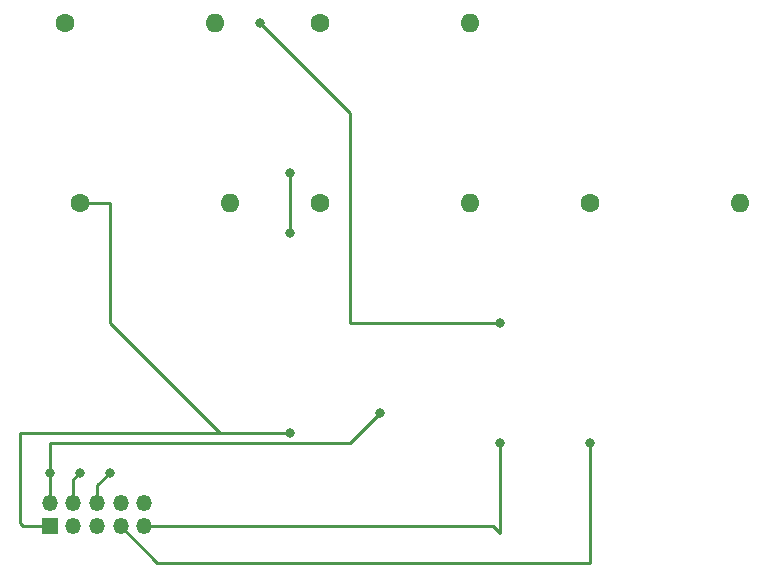
<source format=gbr>
%TF.GenerationSoftware,KiCad,Pcbnew,(7.0.0)*%
%TF.CreationDate,2023-03-24T11:42:49+01:00*%
%TF.ProjectId,PCH-1000JIG,5043482d-3130-4303-904a-49472e6b6963,rev?*%
%TF.SameCoordinates,Original*%
%TF.FileFunction,Copper,L2,Bot*%
%TF.FilePolarity,Positive*%
%FSLAX46Y46*%
G04 Gerber Fmt 4.6, Leading zero omitted, Abs format (unit mm)*
G04 Created by KiCad (PCBNEW (7.0.0)) date 2023-03-24 11:42:49*
%MOMM*%
%LPD*%
G01*
G04 APERTURE LIST*
%TA.AperFunction,ComponentPad*%
%ADD10C,1.600000*%
%TD*%
%TA.AperFunction,ComponentPad*%
%ADD11O,1.600000X1.600000*%
%TD*%
%TA.AperFunction,ComponentPad*%
%ADD12R,1.350000X1.350000*%
%TD*%
%TA.AperFunction,ComponentPad*%
%ADD13O,1.350000X1.350000*%
%TD*%
%TA.AperFunction,ViaPad*%
%ADD14C,0.800000*%
%TD*%
%TA.AperFunction,Conductor*%
%ADD15C,0.250000*%
%TD*%
G04 APERTURE END LIST*
D10*
%TO.P,330 Ohms,1*%
%TO.N,N/C*%
X48260000Y-36380000D03*
D11*
%TO.P,330 Ohms,2*%
X60959999Y-36379999D03*
%TD*%
D10*
%TO.P,330 Ohms,1*%
%TO.N,N/C*%
X27940000Y-36380000D03*
D11*
%TO.P,330 Ohms,2*%
X40639999Y-36379999D03*
%TD*%
D12*
%TO.P,Pin Header,1*%
%TO.N,N/C*%
X25399999Y-63779999D03*
D13*
%TO.P,Pin Header,2*%
X25399999Y-61779999D03*
%TO.P,Pin Header,3*%
X27399999Y-63779999D03*
%TO.P,Pin Header,4*%
X27399999Y-61779999D03*
%TO.P,Pin Header,5*%
X29399999Y-63779999D03*
%TO.P,Pin Header,6*%
X29399999Y-61779999D03*
%TO.P,Pin Header,7*%
X31399999Y-63779999D03*
%TO.P,Pin Header,8*%
X31399999Y-61779999D03*
%TO.P,Pin Header,9*%
X33399999Y-63779999D03*
%TO.P,Pin Header,10*%
X33399999Y-61779999D03*
%TD*%
D10*
%TO.P,1k Ohms,1*%
%TO.N,N/C*%
X26670000Y-21140000D03*
D11*
%TO.P,1k Ohms,2*%
X39369999Y-21139999D03*
%TD*%
D10*
%TO.P,1k Ohms,1*%
%TO.N,N/C*%
X48260000Y-21140000D03*
D11*
%TO.P,1k Ohms,2*%
X60959999Y-21139999D03*
%TD*%
D10*
%TO.P,150 Ohms,1*%
%TO.N,N/C*%
X71120000Y-36380000D03*
D11*
%TO.P,150 Ohms,2*%
X83819999Y-36379999D03*
%TD*%
D14*
%TO.N,*%
X45720000Y-55880000D03*
X71120000Y-56700000D03*
X25400000Y-59240000D03*
X30480000Y-59240000D03*
X45720000Y-33840000D03*
X45720000Y-33840000D03*
X63500000Y-46540000D03*
X53340000Y-54160000D03*
X43180000Y-21140000D03*
X63500000Y-56700000D03*
X45720000Y-38920000D03*
X45720000Y-38920000D03*
X27940000Y-59240000D03*
%TD*%
D15*
%TO.N,*%
X39820000Y-55880000D02*
X40640000Y-55880000D01*
X27940000Y-36380000D02*
X30480000Y-36380000D01*
X40640000Y-55880000D02*
X45720000Y-55880000D01*
X22860000Y-55880000D02*
X40640000Y-55880000D01*
X30480000Y-36380000D02*
X30480000Y-46540000D01*
X30480000Y-46540000D02*
X39820000Y-55880000D01*
X22860000Y-63500000D02*
X22860000Y-55880000D01*
X23140000Y-63780000D02*
X22860000Y-63500000D01*
X25400000Y-63780000D02*
X23140000Y-63780000D01*
X50800000Y-46540000D02*
X63500000Y-46540000D01*
X25400000Y-59240000D02*
X25400000Y-56700000D01*
X29400000Y-60320000D02*
X29400000Y-61780000D01*
X63500000Y-64320000D02*
X63500000Y-56700000D01*
X50800000Y-56700000D02*
X53340000Y-54160000D01*
X71120000Y-66860000D02*
X71120000Y-56700000D01*
X25400000Y-59240000D02*
X25400000Y-61780000D01*
X34480000Y-66860000D02*
X31400000Y-63780000D01*
X50800000Y-28760000D02*
X50800000Y-46540000D01*
X27400000Y-59780000D02*
X27400000Y-61780000D01*
X62960000Y-63780000D02*
X33400000Y-63780000D01*
X71120000Y-66860000D02*
X34480000Y-66860000D01*
X25400000Y-56700000D02*
X50800000Y-56700000D01*
X27940000Y-59240000D02*
X27400000Y-59780000D01*
X45720000Y-38920000D02*
X45720000Y-33840000D01*
X30480000Y-59240000D02*
X29400000Y-60320000D01*
X62960000Y-63780000D02*
X63500000Y-64320000D01*
X43180000Y-21140000D02*
X50800000Y-28760000D01*
%TD*%
M02*

</source>
